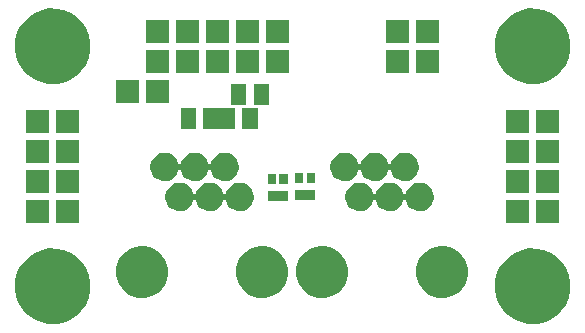
<source format=gbr>
G04 #@! TF.GenerationSoftware,KiCad,Pcbnew,no-vcs-found-7409~56~ubuntu16.04.1*
G04 #@! TF.CreationDate,2017-01-02T13:20:13+01:00*
G04 #@! TF.ProjectId,RJ12V01A,524A3132563031412E6B696361645F70,REV*
G04 #@! TF.FileFunction,Soldermask,Bot*
G04 #@! TF.FilePolarity,Negative*
%FSLAX46Y46*%
G04 Gerber Fmt 4.6, Leading zero omitted, Abs format (unit mm)*
G04 Created by KiCad (PCBNEW no-vcs-found-7409~56~ubuntu16.04.1) date Mon Jan  2 13:20:13 2017*
%MOMM*%
%LPD*%
G01*
G04 APERTURE LIST*
%ADD10C,0.150000*%
G04 APERTURE END LIST*
D10*
G36*
X5416110Y8277872D02*
X6030848Y8151685D01*
X6609363Y7908500D01*
X7129631Y7557574D01*
X7571824Y7112283D01*
X7919105Y6589582D01*
X8158249Y6009378D01*
X8280004Y5394466D01*
X8280004Y5394449D01*
X8280137Y5393776D01*
X8270128Y4676993D01*
X8269977Y4676330D01*
X8269977Y4676306D01*
X8131099Y4065032D01*
X7875851Y3491739D01*
X7514107Y2978933D01*
X7059653Y2546162D01*
X6529787Y2209900D01*
X5944712Y1982964D01*
X5326688Y1873989D01*
X4699273Y1887132D01*
X4086359Y2021890D01*
X3511293Y2273129D01*
X2995980Y2631282D01*
X2560044Y3082706D01*
X2220093Y3610208D01*
X1989075Y4193693D01*
X1875790Y4810936D01*
X1884551Y5438424D01*
X2015027Y6052266D01*
X2262248Y6629075D01*
X2616795Y7146877D01*
X3065163Y7585952D01*
X3590276Y7929576D01*
X4172132Y8164661D01*
X4788571Y8282254D01*
X5416110Y8277872D01*
X5416110Y8277872D01*
G37*
G36*
X46056110Y8277872D02*
X46670848Y8151685D01*
X47249363Y7908500D01*
X47769631Y7557574D01*
X48211824Y7112283D01*
X48559105Y6589582D01*
X48798249Y6009378D01*
X48920004Y5394466D01*
X48920004Y5394449D01*
X48920137Y5393776D01*
X48910128Y4676993D01*
X48909977Y4676330D01*
X48909977Y4676306D01*
X48771099Y4065032D01*
X48515851Y3491739D01*
X48154107Y2978933D01*
X47699653Y2546162D01*
X47169787Y2209900D01*
X46584712Y1982964D01*
X45966688Y1873989D01*
X45339273Y1887132D01*
X44726359Y2021890D01*
X44151293Y2273129D01*
X43635980Y2631282D01*
X43200044Y3082706D01*
X42860093Y3610208D01*
X42629075Y4193693D01*
X42515790Y4810936D01*
X42524551Y5438424D01*
X42655027Y6052266D01*
X42902248Y6629075D01*
X43256795Y7146877D01*
X43705163Y7585952D01*
X44230276Y7929576D01*
X44812132Y8164661D01*
X45428571Y8282254D01*
X46056110Y8277872D01*
X46056110Y8277872D01*
G37*
G36*
X28120276Y8485038D02*
X28542909Y8398285D01*
X28940638Y8231095D01*
X29298323Y7989834D01*
X29602331Y7683696D01*
X29841086Y7324339D01*
X30005498Y6925448D01*
X30089162Y6502911D01*
X30089162Y6502889D01*
X30089294Y6502221D01*
X30082413Y6009433D01*
X30082262Y6008770D01*
X30082262Y6008746D01*
X29986833Y5588713D01*
X29811346Y5194563D01*
X29562652Y4842018D01*
X29250213Y4544485D01*
X28885928Y4313304D01*
X28483691Y4157286D01*
X28058798Y4082365D01*
X27627450Y4091402D01*
X27206071Y4184048D01*
X26810713Y4356775D01*
X26456435Y4603005D01*
X26156729Y4913359D01*
X25923012Y5276018D01*
X25764187Y5677164D01*
X25686303Y6101519D01*
X25692327Y6532916D01*
X25782029Y6954933D01*
X25951994Y7351491D01*
X26195745Y7707479D01*
X26503999Y8009344D01*
X26865013Y8245585D01*
X27265039Y8407206D01*
X27688842Y8488051D01*
X28120276Y8485038D01*
X28120276Y8485038D01*
G37*
G36*
X38280276Y8485038D02*
X38702909Y8398285D01*
X39100638Y8231095D01*
X39458323Y7989834D01*
X39762331Y7683696D01*
X40001086Y7324339D01*
X40165498Y6925448D01*
X40249162Y6502911D01*
X40249162Y6502889D01*
X40249294Y6502221D01*
X40242413Y6009433D01*
X40242262Y6008770D01*
X40242262Y6008746D01*
X40146833Y5588713D01*
X39971346Y5194563D01*
X39722652Y4842018D01*
X39410213Y4544485D01*
X39045928Y4313304D01*
X38643691Y4157286D01*
X38218798Y4082365D01*
X37787450Y4091402D01*
X37366071Y4184048D01*
X36970713Y4356775D01*
X36616435Y4603005D01*
X36316729Y4913359D01*
X36083012Y5276018D01*
X35924187Y5677164D01*
X35846303Y6101519D01*
X35852327Y6532916D01*
X35942029Y6954933D01*
X36111994Y7351491D01*
X36355745Y7707479D01*
X36663999Y8009344D01*
X37025013Y8245585D01*
X37425039Y8407206D01*
X37848842Y8488051D01*
X38280276Y8485038D01*
X38280276Y8485038D01*
G37*
G36*
X12880276Y8485038D02*
X13302909Y8398285D01*
X13700638Y8231095D01*
X14058323Y7989834D01*
X14362331Y7683696D01*
X14601086Y7324339D01*
X14765498Y6925448D01*
X14849162Y6502911D01*
X14849162Y6502889D01*
X14849294Y6502221D01*
X14842413Y6009433D01*
X14842262Y6008770D01*
X14842262Y6008746D01*
X14746833Y5588713D01*
X14571346Y5194563D01*
X14322652Y4842018D01*
X14010213Y4544485D01*
X13645928Y4313304D01*
X13243691Y4157286D01*
X12818798Y4082365D01*
X12387450Y4091402D01*
X11966071Y4184048D01*
X11570713Y4356775D01*
X11216435Y4603005D01*
X10916729Y4913359D01*
X10683012Y5276018D01*
X10524187Y5677164D01*
X10446303Y6101519D01*
X10452327Y6532916D01*
X10542029Y6954933D01*
X10711994Y7351491D01*
X10955745Y7707479D01*
X11263999Y8009344D01*
X11625013Y8245585D01*
X12025039Y8407206D01*
X12448842Y8488051D01*
X12880276Y8485038D01*
X12880276Y8485038D01*
G37*
G36*
X23040276Y8485038D02*
X23462909Y8398285D01*
X23860638Y8231095D01*
X24218323Y7989834D01*
X24522331Y7683696D01*
X24761086Y7324339D01*
X24925498Y6925448D01*
X25009162Y6502911D01*
X25009162Y6502889D01*
X25009294Y6502221D01*
X25002413Y6009433D01*
X25002262Y6008770D01*
X25002262Y6008746D01*
X24906833Y5588713D01*
X24731346Y5194563D01*
X24482652Y4842018D01*
X24170213Y4544485D01*
X23805928Y4313304D01*
X23403691Y4157286D01*
X22978798Y4082365D01*
X22547450Y4091402D01*
X22126071Y4184048D01*
X21730713Y4356775D01*
X21376435Y4603005D01*
X21076729Y4913359D01*
X20843012Y5276018D01*
X20684187Y5677164D01*
X20606303Y6101519D01*
X20612327Y6532916D01*
X20702029Y6954933D01*
X20871994Y7351491D01*
X21115745Y7707479D01*
X21423999Y8009344D01*
X21785013Y8245585D01*
X22185039Y8407206D01*
X22608842Y8488051D01*
X23040276Y8485038D01*
X23040276Y8485038D01*
G37*
G36*
X4772000Y10468000D02*
X2848000Y10468000D01*
X2848000Y12392000D01*
X4772000Y12392000D01*
X4772000Y10468000D01*
X4772000Y10468000D01*
G37*
G36*
X7312000Y10468000D02*
X5388000Y10468000D01*
X5388000Y12392000D01*
X7312000Y12392000D01*
X7312000Y10468000D01*
X7312000Y10468000D01*
G37*
G36*
X45412000Y10468000D02*
X43488000Y10468000D01*
X43488000Y12392000D01*
X45412000Y12392000D01*
X45412000Y10468000D01*
X45412000Y10468000D01*
G37*
G36*
X47952000Y10468000D02*
X46028000Y10468000D01*
X46028000Y12392000D01*
X47952000Y12392000D01*
X47952000Y10468000D01*
X47952000Y10468000D01*
G37*
G36*
X21025241Y13845704D02*
X21255770Y13798384D01*
X21472712Y13707190D01*
X21667815Y13575592D01*
X21833636Y13408609D01*
X21963866Y13212596D01*
X22053547Y12995014D01*
X22099119Y12764859D01*
X22099119Y12764834D01*
X22099251Y12764166D01*
X22095498Y12495372D01*
X22095347Y12494709D01*
X22095347Y12494685D01*
X22043364Y12265888D01*
X21947645Y12050897D01*
X21811994Y11858600D01*
X21641572Y11696309D01*
X21442869Y11570209D01*
X21223470Y11485109D01*
X20991707Y11444243D01*
X20756426Y11449172D01*
X20526585Y11499705D01*
X20310934Y11593921D01*
X20117691Y11728228D01*
X19954215Y11897513D01*
X19826733Y12095327D01*
X19740099Y12314137D01*
X19727155Y12384666D01*
X19721744Y12403508D01*
X19712760Y12420931D01*
X19700550Y12436268D01*
X19685582Y12448928D01*
X19668433Y12458424D01*
X19649760Y12464392D01*
X19630282Y12466603D01*
X19610746Y12464971D01*
X19591904Y12459560D01*
X19574481Y12450576D01*
X19559144Y12438366D01*
X19546484Y12423398D01*
X19536988Y12406249D01*
X19531283Y12388769D01*
X19503364Y12265888D01*
X19407645Y12050897D01*
X19271994Y11858600D01*
X19101572Y11696309D01*
X18902869Y11570209D01*
X18683470Y11485109D01*
X18451707Y11444243D01*
X18216426Y11449172D01*
X17986585Y11499705D01*
X17770934Y11593921D01*
X17577691Y11728228D01*
X17414215Y11897513D01*
X17286733Y12095327D01*
X17200099Y12314137D01*
X17187155Y12384666D01*
X17181744Y12403508D01*
X17172760Y12420931D01*
X17160550Y12436268D01*
X17145582Y12448928D01*
X17128433Y12458424D01*
X17109760Y12464392D01*
X17090282Y12466603D01*
X17070746Y12464971D01*
X17051904Y12459560D01*
X17034481Y12450576D01*
X17019144Y12438366D01*
X17006484Y12423398D01*
X16996988Y12406249D01*
X16991283Y12388769D01*
X16963364Y12265888D01*
X16867645Y12050897D01*
X16731994Y11858600D01*
X16561572Y11696309D01*
X16362869Y11570209D01*
X16143470Y11485109D01*
X15911707Y11444243D01*
X15676426Y11449172D01*
X15446585Y11499705D01*
X15230934Y11593921D01*
X15037691Y11728228D01*
X14874215Y11897513D01*
X14746733Y12095327D01*
X14660099Y12314137D01*
X14617618Y12545600D01*
X14620904Y12780908D01*
X14669833Y13011100D01*
X14762541Y13227406D01*
X14895496Y13421581D01*
X15063633Y13586232D01*
X15260554Y13715094D01*
X15478747Y13803250D01*
X15709914Y13847348D01*
X15945241Y13845704D01*
X16175770Y13798384D01*
X16392712Y13707190D01*
X16587815Y13575592D01*
X16753636Y13408609D01*
X16883866Y13212596D01*
X16973545Y12995017D01*
X16991229Y12905708D01*
X16996904Y12886944D01*
X17006129Y12869647D01*
X17018552Y12854482D01*
X17033695Y12842033D01*
X17050976Y12832777D01*
X17069730Y12827070D01*
X17089237Y12825131D01*
X17108748Y12827035D01*
X17127512Y12832710D01*
X17144809Y12841935D01*
X17159974Y12854358D01*
X17172423Y12869501D01*
X17181679Y12886782D01*
X17187140Y12904339D01*
X17209834Y13011101D01*
X17302541Y13227406D01*
X17435496Y13421581D01*
X17603633Y13586232D01*
X17800554Y13715094D01*
X18018747Y13803250D01*
X18249914Y13847348D01*
X18485241Y13845704D01*
X18715770Y13798384D01*
X18932712Y13707190D01*
X19127815Y13575592D01*
X19293636Y13408609D01*
X19423866Y13212596D01*
X19513545Y12995017D01*
X19531229Y12905708D01*
X19536904Y12886944D01*
X19546129Y12869647D01*
X19558552Y12854482D01*
X19573695Y12842033D01*
X19590976Y12832777D01*
X19609730Y12827070D01*
X19629237Y12825131D01*
X19648748Y12827035D01*
X19667512Y12832710D01*
X19684809Y12841935D01*
X19699974Y12854358D01*
X19712423Y12869501D01*
X19721679Y12886782D01*
X19727140Y12904339D01*
X19749834Y13011101D01*
X19842541Y13227406D01*
X19975496Y13421581D01*
X20143633Y13586232D01*
X20340554Y13715094D01*
X20558747Y13803250D01*
X20789914Y13847348D01*
X21025241Y13845704D01*
X21025241Y13845704D01*
G37*
G36*
X36265241Y13845704D02*
X36495770Y13798384D01*
X36712712Y13707190D01*
X36907815Y13575592D01*
X37073636Y13408609D01*
X37203866Y13212596D01*
X37293547Y12995014D01*
X37339119Y12764859D01*
X37339119Y12764834D01*
X37339251Y12764166D01*
X37335498Y12495372D01*
X37335347Y12494709D01*
X37335347Y12494685D01*
X37283364Y12265888D01*
X37187645Y12050897D01*
X37051994Y11858600D01*
X36881572Y11696309D01*
X36682869Y11570209D01*
X36463470Y11485109D01*
X36231707Y11444243D01*
X35996426Y11449172D01*
X35766585Y11499705D01*
X35550934Y11593921D01*
X35357691Y11728228D01*
X35194215Y11897513D01*
X35066733Y12095327D01*
X34980099Y12314137D01*
X34967155Y12384666D01*
X34961744Y12403508D01*
X34952760Y12420931D01*
X34940550Y12436268D01*
X34925582Y12448928D01*
X34908433Y12458424D01*
X34889760Y12464392D01*
X34870282Y12466603D01*
X34850746Y12464971D01*
X34831904Y12459560D01*
X34814481Y12450576D01*
X34799144Y12438366D01*
X34786484Y12423398D01*
X34776988Y12406249D01*
X34771283Y12388769D01*
X34743364Y12265888D01*
X34647645Y12050897D01*
X34511994Y11858600D01*
X34341572Y11696309D01*
X34142869Y11570209D01*
X33923470Y11485109D01*
X33691707Y11444243D01*
X33456426Y11449172D01*
X33226585Y11499705D01*
X33010934Y11593921D01*
X32817691Y11728228D01*
X32654215Y11897513D01*
X32526733Y12095327D01*
X32440099Y12314137D01*
X32427155Y12384666D01*
X32421744Y12403508D01*
X32412760Y12420931D01*
X32400550Y12436268D01*
X32385582Y12448928D01*
X32368433Y12458424D01*
X32349760Y12464392D01*
X32330282Y12466603D01*
X32310746Y12464971D01*
X32291904Y12459560D01*
X32274481Y12450576D01*
X32259144Y12438366D01*
X32246484Y12423398D01*
X32236988Y12406249D01*
X32231283Y12388769D01*
X32203364Y12265888D01*
X32107645Y12050897D01*
X31971994Y11858600D01*
X31801572Y11696309D01*
X31602869Y11570209D01*
X31383470Y11485109D01*
X31151707Y11444243D01*
X30916426Y11449172D01*
X30686585Y11499705D01*
X30470934Y11593921D01*
X30277691Y11728228D01*
X30114215Y11897513D01*
X29986733Y12095327D01*
X29900099Y12314137D01*
X29857618Y12545600D01*
X29860904Y12780908D01*
X29909833Y13011100D01*
X30002541Y13227406D01*
X30135496Y13421581D01*
X30303633Y13586232D01*
X30500554Y13715094D01*
X30718747Y13803250D01*
X30949914Y13847348D01*
X31185241Y13845704D01*
X31415770Y13798384D01*
X31632712Y13707190D01*
X31827815Y13575592D01*
X31993636Y13408609D01*
X32123866Y13212596D01*
X32213545Y12995017D01*
X32231229Y12905708D01*
X32236904Y12886944D01*
X32246129Y12869647D01*
X32258552Y12854482D01*
X32273695Y12842033D01*
X32290976Y12832777D01*
X32309730Y12827070D01*
X32329237Y12825131D01*
X32348748Y12827035D01*
X32367512Y12832710D01*
X32384809Y12841935D01*
X32399974Y12854358D01*
X32412423Y12869501D01*
X32421679Y12886782D01*
X32427140Y12904339D01*
X32449834Y13011101D01*
X32542541Y13227406D01*
X32675496Y13421581D01*
X32843633Y13586232D01*
X33040554Y13715094D01*
X33258747Y13803250D01*
X33489914Y13847348D01*
X33725241Y13845704D01*
X33955770Y13798384D01*
X34172712Y13707190D01*
X34367815Y13575592D01*
X34533636Y13408609D01*
X34663866Y13212596D01*
X34753545Y12995017D01*
X34771229Y12905708D01*
X34776904Y12886944D01*
X34786129Y12869647D01*
X34798552Y12854482D01*
X34813695Y12842033D01*
X34830976Y12832777D01*
X34849730Y12827070D01*
X34869237Y12825131D01*
X34888748Y12827035D01*
X34907512Y12832710D01*
X34924809Y12841935D01*
X34939974Y12854358D01*
X34952423Y12869501D01*
X34961679Y12886782D01*
X34967140Y12904339D01*
X34989834Y13011101D01*
X35082541Y13227406D01*
X35215496Y13421581D01*
X35383633Y13586232D01*
X35580554Y13715094D01*
X35798747Y13803250D01*
X36029914Y13847348D01*
X36265241Y13845704D01*
X36265241Y13845704D01*
G37*
G36*
X24980240Y12336170D02*
X23279760Y12336170D01*
X23279760Y13185750D01*
X24980240Y13185750D01*
X24980240Y12336170D01*
X24980240Y12336170D01*
G37*
G36*
X27273860Y12397130D02*
X25573380Y12397130D01*
X25573380Y13246710D01*
X27273860Y13246710D01*
X27273860Y12397130D01*
X27273860Y12397130D01*
G37*
G36*
X7312000Y13008000D02*
X5388000Y13008000D01*
X5388000Y14932000D01*
X7312000Y14932000D01*
X7312000Y13008000D01*
X7312000Y13008000D01*
G37*
G36*
X45412000Y13008000D02*
X43488000Y13008000D01*
X43488000Y14932000D01*
X45412000Y14932000D01*
X45412000Y13008000D01*
X45412000Y13008000D01*
G37*
G36*
X47952000Y13008000D02*
X46028000Y13008000D01*
X46028000Y14932000D01*
X47952000Y14932000D01*
X47952000Y13008000D01*
X47952000Y13008000D01*
G37*
G36*
X4772000Y13008000D02*
X2848000Y13008000D01*
X2848000Y14932000D01*
X4772000Y14932000D01*
X4772000Y13008000D01*
X4772000Y13008000D01*
G37*
G36*
X23979480Y13738250D02*
X23279760Y13738250D01*
X23279760Y14587830D01*
X23979480Y14587830D01*
X23979480Y13738250D01*
X23979480Y13738250D01*
G37*
G36*
X24980240Y13738250D02*
X24280520Y13738250D01*
X24280520Y14587830D01*
X24980240Y14587830D01*
X24980240Y13738250D01*
X24980240Y13738250D01*
G37*
G36*
X26273100Y13799210D02*
X25573380Y13799210D01*
X25573380Y14648790D01*
X26273100Y14648790D01*
X26273100Y13799210D01*
X26273100Y13799210D01*
G37*
G36*
X27273860Y13799210D02*
X26574140Y13799210D01*
X26574140Y14648790D01*
X27273860Y14648790D01*
X27273860Y13799210D01*
X27273860Y13799210D01*
G37*
G36*
X34995241Y16385704D02*
X35225770Y16338384D01*
X35442712Y16247190D01*
X35637815Y16115592D01*
X35803636Y15948609D01*
X35933866Y15752596D01*
X36023547Y15535014D01*
X36069119Y15304859D01*
X36069119Y15304834D01*
X36069251Y15304166D01*
X36065498Y15035372D01*
X36065347Y15034709D01*
X36065347Y15034685D01*
X36013364Y14805888D01*
X35917645Y14590897D01*
X35781994Y14398600D01*
X35611572Y14236309D01*
X35412869Y14110209D01*
X35193470Y14025109D01*
X34961707Y13984243D01*
X34726426Y13989172D01*
X34496585Y14039705D01*
X34280934Y14133921D01*
X34087691Y14268228D01*
X33924215Y14437513D01*
X33796733Y14635327D01*
X33710099Y14854137D01*
X33697155Y14924666D01*
X33691744Y14943508D01*
X33682760Y14960931D01*
X33670550Y14976268D01*
X33655582Y14988928D01*
X33638433Y14998424D01*
X33619760Y15004392D01*
X33600282Y15006603D01*
X33580746Y15004971D01*
X33561904Y14999560D01*
X33544481Y14990576D01*
X33529144Y14978366D01*
X33516484Y14963398D01*
X33506988Y14946249D01*
X33501283Y14928769D01*
X33473364Y14805888D01*
X33377645Y14590897D01*
X33241994Y14398600D01*
X33071572Y14236309D01*
X32872869Y14110209D01*
X32653470Y14025109D01*
X32421707Y13984243D01*
X32186426Y13989172D01*
X31956585Y14039705D01*
X31740934Y14133921D01*
X31547691Y14268228D01*
X31384215Y14437513D01*
X31256733Y14635327D01*
X31170099Y14854137D01*
X31157155Y14924666D01*
X31151744Y14943508D01*
X31142760Y14960931D01*
X31130550Y14976268D01*
X31115582Y14988928D01*
X31098433Y14998424D01*
X31079760Y15004392D01*
X31060282Y15006603D01*
X31040746Y15004971D01*
X31021904Y14999560D01*
X31004481Y14990576D01*
X30989144Y14978366D01*
X30976484Y14963398D01*
X30966988Y14946249D01*
X30961283Y14928769D01*
X30933364Y14805888D01*
X30837645Y14590897D01*
X30701994Y14398600D01*
X30531572Y14236309D01*
X30332869Y14110209D01*
X30113470Y14025109D01*
X29881707Y13984243D01*
X29646426Y13989172D01*
X29416585Y14039705D01*
X29200934Y14133921D01*
X29007691Y14268228D01*
X28844215Y14437513D01*
X28716733Y14635327D01*
X28630099Y14854137D01*
X28587618Y15085600D01*
X28590904Y15320908D01*
X28639833Y15551100D01*
X28732541Y15767406D01*
X28865496Y15961581D01*
X29033633Y16126232D01*
X29230554Y16255094D01*
X29448747Y16343250D01*
X29679914Y16387348D01*
X29915241Y16385704D01*
X30145770Y16338384D01*
X30362712Y16247190D01*
X30557815Y16115592D01*
X30723636Y15948609D01*
X30853866Y15752596D01*
X30943545Y15535017D01*
X30961229Y15445708D01*
X30966904Y15426944D01*
X30976129Y15409647D01*
X30988552Y15394482D01*
X31003695Y15382033D01*
X31020976Y15372777D01*
X31039730Y15367070D01*
X31059237Y15365131D01*
X31078748Y15367035D01*
X31097512Y15372710D01*
X31114809Y15381935D01*
X31129974Y15394358D01*
X31142423Y15409501D01*
X31151679Y15426782D01*
X31157140Y15444339D01*
X31179834Y15551101D01*
X31272541Y15767406D01*
X31405496Y15961581D01*
X31573633Y16126232D01*
X31770554Y16255094D01*
X31988747Y16343250D01*
X32219914Y16387348D01*
X32455241Y16385704D01*
X32685770Y16338384D01*
X32902712Y16247190D01*
X33097815Y16115592D01*
X33263636Y15948609D01*
X33393866Y15752596D01*
X33483545Y15535017D01*
X33501229Y15445708D01*
X33506904Y15426944D01*
X33516129Y15409647D01*
X33528552Y15394482D01*
X33543695Y15382033D01*
X33560976Y15372777D01*
X33579730Y15367070D01*
X33599237Y15365131D01*
X33618748Y15367035D01*
X33637512Y15372710D01*
X33654809Y15381935D01*
X33669974Y15394358D01*
X33682423Y15409501D01*
X33691679Y15426782D01*
X33697140Y15444339D01*
X33719834Y15551101D01*
X33812541Y15767406D01*
X33945496Y15961581D01*
X34113633Y16126232D01*
X34310554Y16255094D01*
X34528747Y16343250D01*
X34759914Y16387348D01*
X34995241Y16385704D01*
X34995241Y16385704D01*
G37*
G36*
X19755241Y16385704D02*
X19985770Y16338384D01*
X20202712Y16247190D01*
X20397815Y16115592D01*
X20563636Y15948609D01*
X20693866Y15752596D01*
X20783547Y15535014D01*
X20829119Y15304859D01*
X20829119Y15304834D01*
X20829251Y15304166D01*
X20825498Y15035372D01*
X20825347Y15034709D01*
X20825347Y15034685D01*
X20773364Y14805888D01*
X20677645Y14590897D01*
X20541994Y14398600D01*
X20371572Y14236309D01*
X20172869Y14110209D01*
X19953470Y14025109D01*
X19721707Y13984243D01*
X19486426Y13989172D01*
X19256585Y14039705D01*
X19040934Y14133921D01*
X18847691Y14268228D01*
X18684215Y14437513D01*
X18556733Y14635327D01*
X18470099Y14854137D01*
X18457155Y14924666D01*
X18451744Y14943508D01*
X18442760Y14960931D01*
X18430550Y14976268D01*
X18415582Y14988928D01*
X18398433Y14998424D01*
X18379760Y15004392D01*
X18360282Y15006603D01*
X18340746Y15004971D01*
X18321904Y14999560D01*
X18304481Y14990576D01*
X18289144Y14978366D01*
X18276484Y14963398D01*
X18266988Y14946249D01*
X18261283Y14928769D01*
X18233364Y14805888D01*
X18137645Y14590897D01*
X18001994Y14398600D01*
X17831572Y14236309D01*
X17632869Y14110209D01*
X17413470Y14025109D01*
X17181707Y13984243D01*
X16946426Y13989172D01*
X16716585Y14039705D01*
X16500934Y14133921D01*
X16307691Y14268228D01*
X16144215Y14437513D01*
X16016733Y14635327D01*
X15930099Y14854137D01*
X15917155Y14924666D01*
X15911744Y14943508D01*
X15902760Y14960931D01*
X15890550Y14976268D01*
X15875582Y14988928D01*
X15858433Y14998424D01*
X15839760Y15004392D01*
X15820282Y15006603D01*
X15800746Y15004971D01*
X15781904Y14999560D01*
X15764481Y14990576D01*
X15749144Y14978366D01*
X15736484Y14963398D01*
X15726988Y14946249D01*
X15721283Y14928769D01*
X15693364Y14805888D01*
X15597645Y14590897D01*
X15461994Y14398600D01*
X15291572Y14236309D01*
X15092869Y14110209D01*
X14873470Y14025109D01*
X14641707Y13984243D01*
X14406426Y13989172D01*
X14176585Y14039705D01*
X13960934Y14133921D01*
X13767691Y14268228D01*
X13604215Y14437513D01*
X13476733Y14635327D01*
X13390099Y14854137D01*
X13347618Y15085600D01*
X13350904Y15320908D01*
X13399833Y15551100D01*
X13492541Y15767406D01*
X13625496Y15961581D01*
X13793633Y16126232D01*
X13990554Y16255094D01*
X14208747Y16343250D01*
X14439914Y16387348D01*
X14675241Y16385704D01*
X14905770Y16338384D01*
X15122712Y16247190D01*
X15317815Y16115592D01*
X15483636Y15948609D01*
X15613866Y15752596D01*
X15703545Y15535017D01*
X15721229Y15445708D01*
X15726904Y15426944D01*
X15736129Y15409647D01*
X15748552Y15394482D01*
X15763695Y15382033D01*
X15780976Y15372777D01*
X15799730Y15367070D01*
X15819237Y15365131D01*
X15838748Y15367035D01*
X15857512Y15372710D01*
X15874809Y15381935D01*
X15889974Y15394358D01*
X15902423Y15409501D01*
X15911679Y15426782D01*
X15917140Y15444339D01*
X15939834Y15551101D01*
X16032541Y15767406D01*
X16165496Y15961581D01*
X16333633Y16126232D01*
X16530554Y16255094D01*
X16748747Y16343250D01*
X16979914Y16387348D01*
X17215241Y16385704D01*
X17445770Y16338384D01*
X17662712Y16247190D01*
X17857815Y16115592D01*
X18023636Y15948609D01*
X18153866Y15752596D01*
X18243545Y15535017D01*
X18261229Y15445708D01*
X18266904Y15426944D01*
X18276129Y15409647D01*
X18288552Y15394482D01*
X18303695Y15382033D01*
X18320976Y15372777D01*
X18339730Y15367070D01*
X18359237Y15365131D01*
X18378748Y15367035D01*
X18397512Y15372710D01*
X18414809Y15381935D01*
X18429974Y15394358D01*
X18442423Y15409501D01*
X18451679Y15426782D01*
X18457140Y15444339D01*
X18479834Y15551101D01*
X18572541Y15767406D01*
X18705496Y15961581D01*
X18873633Y16126232D01*
X19070554Y16255094D01*
X19288747Y16343250D01*
X19519914Y16387348D01*
X19755241Y16385704D01*
X19755241Y16385704D01*
G37*
G36*
X45412000Y15548000D02*
X43488000Y15548000D01*
X43488000Y17472000D01*
X45412000Y17472000D01*
X45412000Y15548000D01*
X45412000Y15548000D01*
G37*
G36*
X7312000Y15548000D02*
X5388000Y15548000D01*
X5388000Y17472000D01*
X7312000Y17472000D01*
X7312000Y15548000D01*
X7312000Y15548000D01*
G37*
G36*
X4772000Y15548000D02*
X2848000Y15548000D01*
X2848000Y17472000D01*
X4772000Y17472000D01*
X4772000Y15548000D01*
X4772000Y15548000D01*
G37*
G36*
X47952000Y15548000D02*
X46028000Y15548000D01*
X46028000Y17472000D01*
X47952000Y17472000D01*
X47952000Y15548000D01*
X47952000Y15548000D01*
G37*
G36*
X7312000Y18088000D02*
X5388000Y18088000D01*
X5388000Y20012000D01*
X7312000Y20012000D01*
X7312000Y18088000D01*
X7312000Y18088000D01*
G37*
G36*
X4772000Y18088000D02*
X2848000Y18088000D01*
X2848000Y20012000D01*
X4772000Y20012000D01*
X4772000Y18088000D01*
X4772000Y18088000D01*
G37*
G36*
X47952000Y18088000D02*
X46028000Y18088000D01*
X46028000Y20012000D01*
X47952000Y20012000D01*
X47952000Y18088000D01*
X47952000Y18088000D01*
G37*
G36*
X45412000Y18088000D02*
X43488000Y18088000D01*
X43488000Y20012000D01*
X45412000Y20012000D01*
X45412000Y18088000D01*
X45412000Y18088000D01*
G37*
G36*
X22425000Y18405500D02*
X21136000Y18405500D01*
X21136000Y20202500D01*
X22425000Y20202500D01*
X22425000Y18405500D01*
X22425000Y18405500D01*
G37*
G36*
X20520000Y18405500D02*
X17834000Y18405500D01*
X17834000Y20202500D01*
X20520000Y20202500D01*
X20520000Y18405500D01*
X20520000Y18405500D01*
G37*
G36*
X17218000Y18405500D02*
X15929000Y18405500D01*
X15929000Y20202500D01*
X17218000Y20202500D01*
X17218000Y18405500D01*
X17218000Y18405500D01*
G37*
G36*
X23377500Y20437500D02*
X22088500Y20437500D01*
X22088500Y22234500D01*
X23377500Y22234500D01*
X23377500Y20437500D01*
X23377500Y20437500D01*
G37*
G36*
X21472500Y20437500D02*
X20183500Y20437500D01*
X20183500Y22234500D01*
X21472500Y22234500D01*
X21472500Y20437500D01*
X21472500Y20437500D01*
G37*
G36*
X12392000Y20628000D02*
X10468000Y20628000D01*
X10468000Y22552000D01*
X12392000Y22552000D01*
X12392000Y20628000D01*
X12392000Y20628000D01*
G37*
G36*
X14932000Y20628000D02*
X13008000Y20628000D01*
X13008000Y22552000D01*
X14932000Y22552000D01*
X14932000Y20628000D01*
X14932000Y20628000D01*
G37*
G36*
X5416110Y28597872D02*
X6030848Y28471685D01*
X6609363Y28228500D01*
X7129631Y27877574D01*
X7571824Y27432283D01*
X7919105Y26909582D01*
X8158249Y26329378D01*
X8280004Y25714466D01*
X8280004Y25714449D01*
X8280137Y25713776D01*
X8270128Y24996993D01*
X8269977Y24996330D01*
X8269977Y24996306D01*
X8131099Y24385032D01*
X7875851Y23811739D01*
X7514107Y23298933D01*
X7059653Y22866162D01*
X6529787Y22529900D01*
X5944712Y22302964D01*
X5326688Y22193989D01*
X4699273Y22207132D01*
X4086359Y22341890D01*
X3511293Y22593129D01*
X2995980Y22951282D01*
X2560044Y23402706D01*
X2220093Y23930208D01*
X1989075Y24513693D01*
X1875790Y25130936D01*
X1884551Y25758424D01*
X2015027Y26372266D01*
X2262248Y26949075D01*
X2616795Y27466877D01*
X3065163Y27905952D01*
X3590276Y28249576D01*
X4172132Y28484661D01*
X4788571Y28602254D01*
X5416110Y28597872D01*
X5416110Y28597872D01*
G37*
G36*
X46056110Y28597872D02*
X46670848Y28471685D01*
X47249363Y28228500D01*
X47769631Y27877574D01*
X48211824Y27432283D01*
X48559105Y26909582D01*
X48798249Y26329378D01*
X48920004Y25714466D01*
X48920004Y25714449D01*
X48920137Y25713776D01*
X48910128Y24996993D01*
X48909977Y24996330D01*
X48909977Y24996306D01*
X48771099Y24385032D01*
X48515851Y23811739D01*
X48154107Y23298933D01*
X47699653Y22866162D01*
X47169787Y22529900D01*
X46584712Y22302964D01*
X45966688Y22193989D01*
X45339273Y22207132D01*
X44726359Y22341890D01*
X44151293Y22593129D01*
X43635980Y22951282D01*
X43200044Y23402706D01*
X42860093Y23930208D01*
X42629075Y24513693D01*
X42515790Y25130936D01*
X42524551Y25758424D01*
X42655027Y26372266D01*
X42902248Y26949075D01*
X43256795Y27466877D01*
X43705163Y27905952D01*
X44230276Y28249576D01*
X44812132Y28484661D01*
X45428571Y28602254D01*
X46056110Y28597872D01*
X46056110Y28597872D01*
G37*
G36*
X37792000Y23168000D02*
X35868000Y23168000D01*
X35868000Y25092000D01*
X37792000Y25092000D01*
X37792000Y23168000D01*
X37792000Y23168000D01*
G37*
G36*
X14932000Y23168000D02*
X13008000Y23168000D01*
X13008000Y25092000D01*
X14932000Y25092000D01*
X14932000Y23168000D01*
X14932000Y23168000D01*
G37*
G36*
X35252000Y23168000D02*
X33328000Y23168000D01*
X33328000Y25092000D01*
X35252000Y25092000D01*
X35252000Y23168000D01*
X35252000Y23168000D01*
G37*
G36*
X25092000Y23168000D02*
X23168000Y23168000D01*
X23168000Y25092000D01*
X25092000Y25092000D01*
X25092000Y23168000D01*
X25092000Y23168000D01*
G37*
G36*
X22552000Y23168000D02*
X20628000Y23168000D01*
X20628000Y25092000D01*
X22552000Y25092000D01*
X22552000Y23168000D01*
X22552000Y23168000D01*
G37*
G36*
X17472000Y23168000D02*
X15548000Y23168000D01*
X15548000Y25092000D01*
X17472000Y25092000D01*
X17472000Y23168000D01*
X17472000Y23168000D01*
G37*
G36*
X20012000Y23168000D02*
X18088000Y23168000D01*
X18088000Y25092000D01*
X20012000Y25092000D01*
X20012000Y23168000D01*
X20012000Y23168000D01*
G37*
G36*
X37792000Y25708000D02*
X35868000Y25708000D01*
X35868000Y27632000D01*
X37792000Y27632000D01*
X37792000Y25708000D01*
X37792000Y25708000D01*
G37*
G36*
X17472000Y25708000D02*
X15548000Y25708000D01*
X15548000Y27632000D01*
X17472000Y27632000D01*
X17472000Y25708000D01*
X17472000Y25708000D01*
G37*
G36*
X25092000Y25708000D02*
X23168000Y25708000D01*
X23168000Y27632000D01*
X25092000Y27632000D01*
X25092000Y25708000D01*
X25092000Y25708000D01*
G37*
G36*
X14932000Y25708000D02*
X13008000Y25708000D01*
X13008000Y27632000D01*
X14932000Y27632000D01*
X14932000Y25708000D01*
X14932000Y25708000D01*
G37*
G36*
X22552000Y25708000D02*
X20628000Y25708000D01*
X20628000Y27632000D01*
X22552000Y27632000D01*
X22552000Y25708000D01*
X22552000Y25708000D01*
G37*
G36*
X20012000Y25708000D02*
X18088000Y25708000D01*
X18088000Y27632000D01*
X20012000Y27632000D01*
X20012000Y25708000D01*
X20012000Y25708000D01*
G37*
G36*
X35252000Y25708000D02*
X33328000Y25708000D01*
X33328000Y27632000D01*
X35252000Y27632000D01*
X35252000Y25708000D01*
X35252000Y25708000D01*
G37*
M02*

</source>
